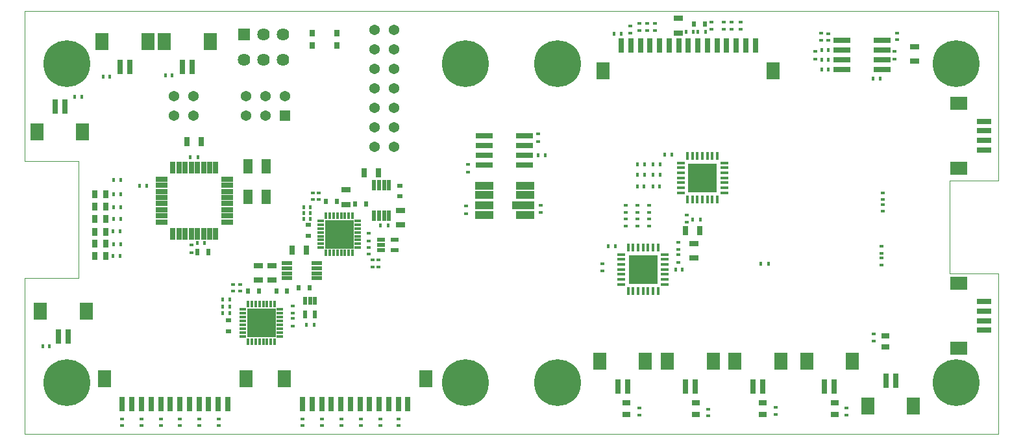
<source format=gbs>
G04*
G04 #@! TF.GenerationSoftware,Altium Limited,Altium Designer,19.1.5 (86)*
G04*
G04 Layer_Color=16711935*
%FSLAX44Y44*%
%MOMM*%
G71*
G01*
G75*
%ADD17C,0.1000*%
%ADD19R,0.4000X0.6000*%
%ADD20R,1.3000X0.8000*%
%ADD23R,0.6000X0.4000*%
%ADD24R,0.6000X0.4500*%
%ADD25R,0.4500X0.6000*%
%ADD30R,0.8000X0.6000*%
%ADD37R,0.5000X0.9000*%
%ADD50R,0.8016X1.0016*%
%ADD57C,1.3716*%
%ADD58R,1.3716X1.3716*%
%ADD59C,6.1016*%
%ADD60C,1.6256*%
%ADD61R,1.6256X1.6256*%
%ADD71R,0.8000X1.3000*%
%ADD78R,0.6000X0.8000*%
%ADD94R,1.7016X2.3016*%
%ADD95R,0.8016X1.9016*%
%ADD96R,1.4516X0.5516*%
%ADD97R,1.0016X0.8016*%
%ADD98R,2.3016X1.7016*%
%ADD99R,1.9016X0.8016*%
%ADD100R,1.6016X0.6516*%
%ADD101R,0.6516X1.6016*%
%ADD102R,0.8016X0.8516*%
%ADD103R,3.8016X3.8016*%
%ADD104R,1.1416X0.4316*%
%ADD105R,0.4316X1.1416*%
%ADD106R,2.3016X0.7016*%
%ADD107R,2.3516X1.0016*%
%ADD108R,2.9016X1.0016*%
%ADD109R,3.7016X3.7016*%
%ADD110R,0.9416X0.3616*%
%ADD111R,0.3616X0.9416*%
%ADD112R,1.1016X0.5716*%
%ADD113R,0.5516X1.4516*%
%ADD114R,1.3016X1.9016*%
%ADD115R,0.5716X1.1016*%
%ADD116R,3.8016X3.8016*%
D17*
X558800Y440690D02*
X628650D01*
X558800Y593090D02*
Y788670D01*
Y237490D02*
Y440690D01*
X628650D02*
Y593090D01*
X558800D02*
X628650D01*
X1828800Y567690D02*
Y650875D01*
Y375285D02*
Y447040D01*
X1765300D02*
X1828800D01*
X1765300D02*
Y567690D01*
X1828800D01*
Y650875D02*
Y788670D01*
Y237490D02*
Y375285D01*
X558800Y237490D02*
X1828800D01*
X558800Y788670D02*
X1828800D01*
D19*
X1407740Y452120D02*
D03*
X1416740D02*
D03*
X674950Y568960D02*
D03*
X683950D02*
D03*
X683260Y469900D02*
D03*
X674260D02*
D03*
X683710Y485140D02*
D03*
X674710D02*
D03*
X683260Y501650D02*
D03*
X674260D02*
D03*
X683710Y518160D02*
D03*
X674710D02*
D03*
X683710Y533400D02*
D03*
X674710D02*
D03*
X683710Y549910D02*
D03*
X674710D02*
D03*
X1237670Y600710D02*
D03*
X1228670D02*
D03*
X1366630Y560070D02*
D03*
X1357630D02*
D03*
X1367210Y575310D02*
D03*
X1358210D02*
D03*
X1367210Y589280D02*
D03*
X1358210D02*
D03*
X1386950Y560070D02*
D03*
X1377950D02*
D03*
X1387530Y575310D02*
D03*
X1378530D02*
D03*
X1387530Y589280D02*
D03*
X1378530D02*
D03*
X1393770Y601980D02*
D03*
X1402770D02*
D03*
X1320110Y482600D02*
D03*
X1329110D02*
D03*
X742260Y704850D02*
D03*
X751260D02*
D03*
X660980Y703580D02*
D03*
X669980D02*
D03*
X582240Y351790D02*
D03*
X591240D02*
D03*
X633150Y676910D02*
D03*
X624150D02*
D03*
X922600Y518160D02*
D03*
X931600D02*
D03*
X817190Y394970D02*
D03*
X826190D02*
D03*
X931600Y533400D02*
D03*
X922600D02*
D03*
X826190Y412750D02*
D03*
X817190D02*
D03*
X931600Y525780D02*
D03*
X922600D02*
D03*
X826190Y403860D02*
D03*
X817190D02*
D03*
X1607240Y737870D02*
D03*
X1598240D02*
D03*
Y712470D02*
D03*
X1607240D02*
D03*
X1665550Y701040D02*
D03*
X1674550D02*
D03*
X1607240Y725170D02*
D03*
X1598240D02*
D03*
X708550Y561340D02*
D03*
X717550D02*
D03*
X1327730Y759460D02*
D03*
X1336730D02*
D03*
X1430710Y762000D02*
D03*
X1421710D02*
D03*
D20*
X1049020Y509930D02*
D03*
Y528930D02*
D03*
X1431290Y466750D02*
D03*
Y485750D02*
D03*
X1410970Y779120D02*
D03*
Y760120D02*
D03*
X1719580Y742290D02*
D03*
Y723290D02*
D03*
X977900Y555600D02*
D03*
Y536600D02*
D03*
X881380Y457150D02*
D03*
Y438150D02*
D03*
X863600Y457150D02*
D03*
Y438150D02*
D03*
D23*
X1360170Y271200D02*
D03*
Y262200D02*
D03*
X1450340Y269930D02*
D03*
Y260930D02*
D03*
X1537970Y271890D02*
D03*
Y262890D02*
D03*
X1630680Y271200D02*
D03*
Y262200D02*
D03*
X1666240Y358720D02*
D03*
Y367720D02*
D03*
X1311910Y459160D02*
D03*
Y450160D02*
D03*
X1012190Y464240D02*
D03*
Y455240D02*
D03*
X1019810D02*
D03*
Y464240D02*
D03*
X1454150Y774120D02*
D03*
Y765120D02*
D03*
X1677670Y542870D02*
D03*
Y551870D02*
D03*
X1676400Y466780D02*
D03*
Y457780D02*
D03*
X685800Y257230D02*
D03*
Y248230D02*
D03*
X710946Y257230D02*
D03*
Y248230D02*
D03*
X736092Y257230D02*
D03*
Y248230D02*
D03*
X761238Y257230D02*
D03*
Y248230D02*
D03*
X786384Y257230D02*
D03*
Y248230D02*
D03*
X811530Y257230D02*
D03*
Y248230D02*
D03*
X920750Y257230D02*
D03*
Y248230D02*
D03*
X946150Y257230D02*
D03*
Y248230D02*
D03*
X971550Y257230D02*
D03*
Y248230D02*
D03*
X996950Y257230D02*
D03*
Y248230D02*
D03*
X1022350Y257230D02*
D03*
Y248230D02*
D03*
X1046480Y257230D02*
D03*
Y248230D02*
D03*
X1231900Y526360D02*
D03*
Y535360D02*
D03*
X1372870Y526360D02*
D03*
Y535360D02*
D03*
X1357630Y526360D02*
D03*
Y535360D02*
D03*
X1342390Y526360D02*
D03*
Y535360D02*
D03*
X1372870Y508580D02*
D03*
Y517580D02*
D03*
X1357630Y508580D02*
D03*
Y517580D02*
D03*
X1342390Y508580D02*
D03*
Y517580D02*
D03*
X1422400Y513660D02*
D03*
Y522660D02*
D03*
X1410970Y487100D02*
D03*
Y478100D02*
D03*
X1677670Y527630D02*
D03*
Y536630D02*
D03*
X1676400Y482020D02*
D03*
Y473020D02*
D03*
X934720Y542870D02*
D03*
Y551870D02*
D03*
X830580Y423490D02*
D03*
Y432490D02*
D03*
X1007110Y480750D02*
D03*
Y471750D02*
D03*
X908050Y394970D02*
D03*
Y403970D02*
D03*
X942340Y542870D02*
D03*
Y551870D02*
D03*
X839470Y423490D02*
D03*
Y432490D02*
D03*
X1606550Y750460D02*
D03*
Y759460D02*
D03*
X1597660Y759570D02*
D03*
Y750570D02*
D03*
X1696720Y760150D02*
D03*
Y751150D02*
D03*
X1492250Y774120D02*
D03*
Y765120D02*
D03*
X1480820Y774120D02*
D03*
Y765120D02*
D03*
X1470660Y774120D02*
D03*
Y765120D02*
D03*
X1381046Y772556D02*
D03*
Y763556D02*
D03*
X1370886Y772556D02*
D03*
Y763556D02*
D03*
X1360726Y772556D02*
D03*
Y763556D02*
D03*
X1348740Y769040D02*
D03*
Y760040D02*
D03*
D24*
X1228090Y628570D02*
D03*
Y618570D02*
D03*
X1136650Y589200D02*
D03*
Y579200D02*
D03*
X1134110Y524590D02*
D03*
Y534590D02*
D03*
X1410970Y471090D02*
D03*
Y461090D02*
D03*
X1007110Y498950D02*
D03*
Y488950D02*
D03*
X908050Y378460D02*
D03*
Y388460D02*
D03*
X1590040Y726520D02*
D03*
Y736520D02*
D03*
X1692910D02*
D03*
Y726520D02*
D03*
X775970Y473790D02*
D03*
Y483790D02*
D03*
D25*
X935910Y379730D02*
D03*
X925910D02*
D03*
X1032430Y509270D02*
D03*
X1022430D02*
D03*
X1519000Y459740D02*
D03*
X1529000D02*
D03*
X1446450Y762000D02*
D03*
X1436450D02*
D03*
X1430100Y516890D02*
D03*
X1440100D02*
D03*
X783590Y486410D02*
D03*
X793590D02*
D03*
X784780Y598170D02*
D03*
X774780D02*
D03*
D30*
X928370Y495920D02*
D03*
Y509920D02*
D03*
X1047750Y561370D02*
D03*
Y547370D02*
D03*
X824230Y385460D02*
D03*
Y371460D02*
D03*
D37*
X798630Y474980D02*
D03*
X783630D02*
D03*
D50*
X649790Y469858D02*
D03*
X664790D02*
D03*
X649790Y485501D02*
D03*
X664790D02*
D03*
X649790Y501144D02*
D03*
X664790D02*
D03*
X649790Y517696D02*
D03*
X664790D02*
D03*
X649790Y533803D02*
D03*
X664790D02*
D03*
X649790Y549910D02*
D03*
X664790D02*
D03*
D57*
X847090Y652780D02*
D03*
Y678180D02*
D03*
X872490Y652780D02*
D03*
Y678180D02*
D03*
X897890D02*
D03*
X1040130Y713740D02*
D03*
X1014730D02*
D03*
X1040130Y739140D02*
D03*
X1014730D02*
D03*
X1040130Y764540D02*
D03*
X1014730D02*
D03*
Y688340D02*
D03*
X1040130D02*
D03*
X1014730Y662940D02*
D03*
X1040130D02*
D03*
X1014730Y637540D02*
D03*
X1040130D02*
D03*
Y612140D02*
D03*
X1014730D02*
D03*
X778510Y678180D02*
D03*
Y652780D02*
D03*
X753110Y678180D02*
D03*
Y652780D02*
D03*
D58*
X897890D02*
D03*
D59*
X1773410Y719800D02*
D03*
Y304800D02*
D03*
X1253410D02*
D03*
X1133410Y304800D02*
D03*
X1253410Y719800D02*
D03*
X1133410D02*
D03*
X613410D02*
D03*
Y304800D02*
D03*
D60*
X895350Y725170D02*
D03*
X869950D02*
D03*
X844550D02*
D03*
X895350Y758190D02*
D03*
X869950D02*
D03*
D61*
X844550D02*
D03*
D71*
X907440Y477520D02*
D03*
X926440D02*
D03*
X1420520Y502920D02*
D03*
X1439520D02*
D03*
X789280Y618490D02*
D03*
X770280D02*
D03*
X1001420Y577850D02*
D03*
X1020420D02*
D03*
D78*
X1431910Y772160D02*
D03*
X1445910D02*
D03*
X965850Y541020D02*
D03*
X951850D02*
D03*
X989950Y537210D02*
D03*
X1003950D02*
D03*
X864250Y424180D02*
D03*
X850250D02*
D03*
X916290Y427990D02*
D03*
X930290D02*
D03*
X887080Y424180D02*
D03*
X901080D02*
D03*
D94*
X1638110Y332740D02*
D03*
X1578610D02*
D03*
X847090Y309880D02*
D03*
X662590D02*
D03*
X1082080Y309860D02*
D03*
X897580D02*
D03*
X1718120Y274320D02*
D03*
X1658620D02*
D03*
X1397190Y332740D02*
D03*
X1456690D02*
D03*
X1485360Y332720D02*
D03*
X1544860D02*
D03*
X1308930D02*
D03*
X1368430D02*
D03*
X1313270Y711220D02*
D03*
X1535270D02*
D03*
X579310Y397510D02*
D03*
X638810D02*
D03*
X741040Y749280D02*
D03*
X800540D02*
D03*
X634270Y631210D02*
D03*
X574770D02*
D03*
X659760Y749280D02*
D03*
X719260D02*
D03*
D95*
X1614610Y299740D02*
D03*
X1602110D02*
D03*
X823590Y276880D02*
D03*
X811090D02*
D03*
X786090D02*
D03*
X798590D02*
D03*
X748590D02*
D03*
X736090D02*
D03*
X761090D02*
D03*
X773590D02*
D03*
X711090D02*
D03*
X723590D02*
D03*
X698590D02*
D03*
X686090D02*
D03*
X1058580Y276860D02*
D03*
X1046080D02*
D03*
X1021080D02*
D03*
X1033580D02*
D03*
X983580D02*
D03*
X971080D02*
D03*
X996080D02*
D03*
X1008580D02*
D03*
X946080D02*
D03*
X958580D02*
D03*
X933580D02*
D03*
X921080D02*
D03*
X1694620Y307320D02*
D03*
X1682120D02*
D03*
X1420690Y299740D02*
D03*
X1433190D02*
D03*
X1508860Y299720D02*
D03*
X1521360D02*
D03*
X1332430D02*
D03*
X1344930D02*
D03*
X1336770Y744220D02*
D03*
X1349270D02*
D03*
X1374270D02*
D03*
X1361770D02*
D03*
X1411770D02*
D03*
X1424270D02*
D03*
X1399270D02*
D03*
X1386770D02*
D03*
X1449270D02*
D03*
X1436770D02*
D03*
X1499270D02*
D03*
X1511770D02*
D03*
X1461770D02*
D03*
X1486770D02*
D03*
X1474270D02*
D03*
X602810Y364510D02*
D03*
X615310D02*
D03*
X764540Y716280D02*
D03*
X777040D02*
D03*
X610770Y664210D02*
D03*
X598270D02*
D03*
X683260Y716280D02*
D03*
X695760D02*
D03*
D96*
X900430Y440540D02*
D03*
Y447040D02*
D03*
Y453540D02*
D03*
Y460040D02*
D03*
X939930Y440540D02*
D03*
Y447040D02*
D03*
Y453540D02*
D03*
Y460040D02*
D03*
D97*
X1343660Y263010D02*
D03*
Y278010D02*
D03*
X1433830Y263010D02*
D03*
Y278010D02*
D03*
X1521460Y263010D02*
D03*
Y278010D02*
D03*
X1615250Y263010D02*
D03*
Y278010D02*
D03*
X1681480Y365640D02*
D03*
Y350640D02*
D03*
D98*
X1776750Y433710D02*
D03*
Y349210D02*
D03*
X1777258Y584060D02*
D03*
Y668560D02*
D03*
D99*
X1809750Y385210D02*
D03*
Y372710D02*
D03*
Y397710D02*
D03*
Y410210D02*
D03*
X1810258Y645060D02*
D03*
Y632560D02*
D03*
Y607560D02*
D03*
Y620060D02*
D03*
D100*
X736960Y569720D02*
D03*
Y561720D02*
D03*
Y553720D02*
D03*
Y545720D02*
D03*
Y537720D02*
D03*
Y529720D02*
D03*
Y521720D02*
D03*
Y513720D02*
D03*
X822960D02*
D03*
Y521720D02*
D03*
Y529720D02*
D03*
Y537720D02*
D03*
Y545720D02*
D03*
Y553720D02*
D03*
Y561720D02*
D03*
Y569720D02*
D03*
D101*
X751960Y498720D02*
D03*
X759960D02*
D03*
X767960D02*
D03*
X775960D02*
D03*
X783960D02*
D03*
X791960D02*
D03*
X799960D02*
D03*
X807960D02*
D03*
Y584720D02*
D03*
X799960D02*
D03*
X791960D02*
D03*
X783960D02*
D03*
X775960D02*
D03*
X767960D02*
D03*
X759960D02*
D03*
X751960D02*
D03*
D102*
X933960Y760090D02*
D03*
X965960D02*
D03*
Y743590D02*
D03*
X933960D02*
D03*
D103*
X1365250Y452120D02*
D03*
D104*
X1336900Y432620D02*
D03*
Y439120D02*
D03*
Y445620D02*
D03*
Y452120D02*
D03*
Y458620D02*
D03*
Y465120D02*
D03*
Y471620D02*
D03*
X1393600D02*
D03*
Y465120D02*
D03*
Y458620D02*
D03*
Y452120D02*
D03*
Y445620D02*
D03*
Y439120D02*
D03*
Y432620D02*
D03*
X1414370Y552000D02*
D03*
Y558500D02*
D03*
Y565000D02*
D03*
Y571500D02*
D03*
Y578000D02*
D03*
Y584500D02*
D03*
Y591000D02*
D03*
X1471070D02*
D03*
Y584500D02*
D03*
Y578000D02*
D03*
Y571500D02*
D03*
Y565000D02*
D03*
Y558500D02*
D03*
Y552000D02*
D03*
D105*
X1384750Y423770D02*
D03*
X1378250D02*
D03*
X1371750D02*
D03*
X1365250D02*
D03*
X1358750D02*
D03*
X1352250D02*
D03*
X1345750D02*
D03*
Y480470D02*
D03*
X1352250D02*
D03*
X1358750D02*
D03*
X1365250D02*
D03*
X1371750D02*
D03*
X1378250D02*
D03*
X1384750D02*
D03*
X1462220Y543150D02*
D03*
X1455720D02*
D03*
X1449220D02*
D03*
X1442720D02*
D03*
X1436220D02*
D03*
X1429720D02*
D03*
X1423220D02*
D03*
Y599850D02*
D03*
X1429720D02*
D03*
X1436220D02*
D03*
X1442720D02*
D03*
X1449220D02*
D03*
X1455720D02*
D03*
X1462220D02*
D03*
D106*
X1158310Y588010D02*
D03*
Y600710D02*
D03*
Y626110D02*
D03*
X1210310Y588010D02*
D03*
Y600710D02*
D03*
Y626110D02*
D03*
X1158310Y613410D02*
D03*
X1210310D02*
D03*
X1625000Y712470D02*
D03*
Y725170D02*
D03*
Y750570D02*
D03*
X1677000Y712470D02*
D03*
Y725170D02*
D03*
Y750570D02*
D03*
X1625000Y737870D02*
D03*
X1677000D02*
D03*
D107*
X1211660Y561290D02*
D03*
Y548790D02*
D03*
Y523290D02*
D03*
X1158160D02*
D03*
Y535790D02*
D03*
Y548790D02*
D03*
Y561290D02*
D03*
D108*
X1208910Y535790D02*
D03*
D109*
X969010Y497840D02*
D03*
X867410Y382270D02*
D03*
D110*
X944660Y515340D02*
D03*
Y510340D02*
D03*
Y505340D02*
D03*
Y500340D02*
D03*
Y495340D02*
D03*
Y490340D02*
D03*
Y485340D02*
D03*
Y480340D02*
D03*
X993360D02*
D03*
Y485340D02*
D03*
Y490340D02*
D03*
Y495340D02*
D03*
Y500340D02*
D03*
Y505340D02*
D03*
Y510340D02*
D03*
Y515340D02*
D03*
X843060Y399770D02*
D03*
Y394770D02*
D03*
Y389770D02*
D03*
Y384770D02*
D03*
Y379770D02*
D03*
Y374770D02*
D03*
Y369770D02*
D03*
Y364770D02*
D03*
X891760D02*
D03*
Y369770D02*
D03*
Y374770D02*
D03*
Y379770D02*
D03*
Y384770D02*
D03*
Y389770D02*
D03*
Y394770D02*
D03*
Y399770D02*
D03*
D111*
X986510Y522190D02*
D03*
X981510D02*
D03*
X976510D02*
D03*
X971510D02*
D03*
X966510D02*
D03*
X961510D02*
D03*
X956510D02*
D03*
X951510D02*
D03*
Y473490D02*
D03*
X956510D02*
D03*
X961510D02*
D03*
X966510D02*
D03*
X971510D02*
D03*
X976510D02*
D03*
X981510D02*
D03*
X986510D02*
D03*
X884910Y406620D02*
D03*
X879910D02*
D03*
X874910D02*
D03*
X869910D02*
D03*
X864910D02*
D03*
X859910D02*
D03*
X854910D02*
D03*
X849910D02*
D03*
Y357920D02*
D03*
X854910D02*
D03*
X859910D02*
D03*
X864910D02*
D03*
X869910D02*
D03*
X874910D02*
D03*
X879910D02*
D03*
X884910D02*
D03*
D112*
X1023620Y483870D02*
D03*
X1041620Y490370D02*
D03*
Y477370D02*
D03*
X1023620Y490370D02*
D03*
Y477370D02*
D03*
D113*
X1014580Y521970D02*
D03*
X1021080D02*
D03*
X1027580D02*
D03*
X1034080D02*
D03*
X1014580Y561470D02*
D03*
X1021080D02*
D03*
X1027580D02*
D03*
X1034080D02*
D03*
D114*
X873630Y586740D02*
D03*
Y546740D02*
D03*
X849630D02*
D03*
Y586740D02*
D03*
D115*
X930910Y411480D02*
D03*
X937410Y393480D02*
D03*
X924410D02*
D03*
X937410Y411480D02*
D03*
X924410D02*
D03*
D116*
X1442720Y571500D02*
D03*
M02*

</source>
